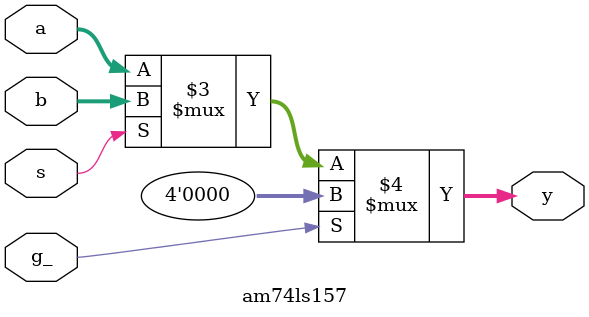
<source format=v>


`timescale 1ns / 100ps

module am74ls157(a, b, g_, s, y);
parameter WIDTH=4;
input [WIDTH-1:0] a, b;
input g_;
input s;

output [WIDTH-1:0] y;

assign y = (g_==1'b1) ? {WIDTH{1'b0}} : ((s==1'b0) ? a : b);

endmodule

</source>
